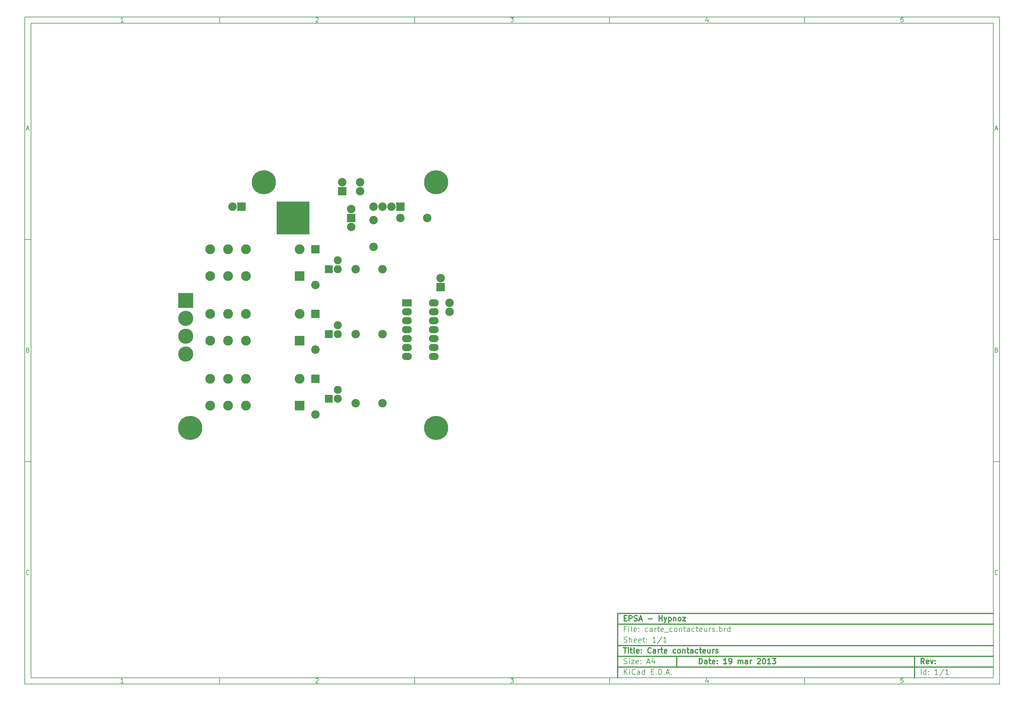
<source format=gbs>
G04 (created by PCBNEW-RS274X (2012-01-19 BZR 3256)-stable) date 19/03/2013 15:11:46*
G01*
G70*
G90*
%MOIN*%
G04 Gerber Fmt 3.4, Leading zero omitted, Abs format*
%FSLAX34Y34*%
G04 APERTURE LIST*
%ADD10C,0.006000*%
%ADD11C,0.012000*%
%ADD12R,0.090000X0.090000*%
%ADD13C,0.090000*%
%ADD14R,0.110000X0.110000*%
%ADD15C,0.110000*%
%ADD16C,0.095000*%
%ADD17R,0.370000X0.370000*%
%ADD18R,0.095000X0.095000*%
%ADD19R,0.110000X0.082000*%
%ADD20O,0.110000X0.082000*%
%ADD21C,0.170000*%
%ADD22R,0.170000X0.170000*%
%ADD23C,0.270000*%
G04 APERTURE END LIST*
G54D10*
X04000Y-04000D02*
X113000Y-04000D01*
X113000Y-78670D01*
X04000Y-78670D01*
X04000Y-04000D01*
X04700Y-04700D02*
X112300Y-04700D01*
X112300Y-77970D01*
X04700Y-77970D01*
X04700Y-04700D01*
X25800Y-04000D02*
X25800Y-04700D01*
X15043Y-04552D02*
X14757Y-04552D01*
X14900Y-04552D02*
X14900Y-04052D01*
X14852Y-04124D01*
X14805Y-04171D01*
X14757Y-04195D01*
X25800Y-78670D02*
X25800Y-77970D01*
X15043Y-78522D02*
X14757Y-78522D01*
X14900Y-78522D02*
X14900Y-78022D01*
X14852Y-78094D01*
X14805Y-78141D01*
X14757Y-78165D01*
X47600Y-04000D02*
X47600Y-04700D01*
X36557Y-04100D02*
X36581Y-04076D01*
X36629Y-04052D01*
X36748Y-04052D01*
X36795Y-04076D01*
X36819Y-04100D01*
X36843Y-04148D01*
X36843Y-04195D01*
X36819Y-04267D01*
X36533Y-04552D01*
X36843Y-04552D01*
X47600Y-78670D02*
X47600Y-77970D01*
X36557Y-78070D02*
X36581Y-78046D01*
X36629Y-78022D01*
X36748Y-78022D01*
X36795Y-78046D01*
X36819Y-78070D01*
X36843Y-78118D01*
X36843Y-78165D01*
X36819Y-78237D01*
X36533Y-78522D01*
X36843Y-78522D01*
X69400Y-04000D02*
X69400Y-04700D01*
X58333Y-04052D02*
X58643Y-04052D01*
X58476Y-04243D01*
X58548Y-04243D01*
X58595Y-04267D01*
X58619Y-04290D01*
X58643Y-04338D01*
X58643Y-04457D01*
X58619Y-04505D01*
X58595Y-04529D01*
X58548Y-04552D01*
X58405Y-04552D01*
X58357Y-04529D01*
X58333Y-04505D01*
X69400Y-78670D02*
X69400Y-77970D01*
X58333Y-78022D02*
X58643Y-78022D01*
X58476Y-78213D01*
X58548Y-78213D01*
X58595Y-78237D01*
X58619Y-78260D01*
X58643Y-78308D01*
X58643Y-78427D01*
X58619Y-78475D01*
X58595Y-78499D01*
X58548Y-78522D01*
X58405Y-78522D01*
X58357Y-78499D01*
X58333Y-78475D01*
X91200Y-04000D02*
X91200Y-04700D01*
X80395Y-04219D02*
X80395Y-04552D01*
X80276Y-04029D02*
X80157Y-04386D01*
X80467Y-04386D01*
X91200Y-78670D02*
X91200Y-77970D01*
X80395Y-78189D02*
X80395Y-78522D01*
X80276Y-77999D02*
X80157Y-78356D01*
X80467Y-78356D01*
X102219Y-04052D02*
X101981Y-04052D01*
X101957Y-04290D01*
X101981Y-04267D01*
X102029Y-04243D01*
X102148Y-04243D01*
X102195Y-04267D01*
X102219Y-04290D01*
X102243Y-04338D01*
X102243Y-04457D01*
X102219Y-04505D01*
X102195Y-04529D01*
X102148Y-04552D01*
X102029Y-04552D01*
X101981Y-04529D01*
X101957Y-04505D01*
X102219Y-78022D02*
X101981Y-78022D01*
X101957Y-78260D01*
X101981Y-78237D01*
X102029Y-78213D01*
X102148Y-78213D01*
X102195Y-78237D01*
X102219Y-78260D01*
X102243Y-78308D01*
X102243Y-78427D01*
X102219Y-78475D01*
X102195Y-78499D01*
X102148Y-78522D01*
X102029Y-78522D01*
X101981Y-78499D01*
X101957Y-78475D01*
X04000Y-28890D02*
X04700Y-28890D01*
X04231Y-16510D02*
X04469Y-16510D01*
X04184Y-16652D02*
X04350Y-16152D01*
X04517Y-16652D01*
X113000Y-28890D02*
X112300Y-28890D01*
X112531Y-16510D02*
X112769Y-16510D01*
X112484Y-16652D02*
X112650Y-16152D01*
X112817Y-16652D01*
X04000Y-53780D02*
X04700Y-53780D01*
X04386Y-41280D02*
X04457Y-41304D01*
X04481Y-41328D01*
X04505Y-41376D01*
X04505Y-41447D01*
X04481Y-41495D01*
X04457Y-41519D01*
X04410Y-41542D01*
X04219Y-41542D01*
X04219Y-41042D01*
X04386Y-41042D01*
X04433Y-41066D01*
X04457Y-41090D01*
X04481Y-41138D01*
X04481Y-41185D01*
X04457Y-41233D01*
X04433Y-41257D01*
X04386Y-41280D01*
X04219Y-41280D01*
X113000Y-53780D02*
X112300Y-53780D01*
X112686Y-41280D02*
X112757Y-41304D01*
X112781Y-41328D01*
X112805Y-41376D01*
X112805Y-41447D01*
X112781Y-41495D01*
X112757Y-41519D01*
X112710Y-41542D01*
X112519Y-41542D01*
X112519Y-41042D01*
X112686Y-41042D01*
X112733Y-41066D01*
X112757Y-41090D01*
X112781Y-41138D01*
X112781Y-41185D01*
X112757Y-41233D01*
X112733Y-41257D01*
X112686Y-41280D01*
X112519Y-41280D01*
X04505Y-66385D02*
X04481Y-66409D01*
X04410Y-66432D01*
X04362Y-66432D01*
X04290Y-66409D01*
X04243Y-66361D01*
X04219Y-66313D01*
X04195Y-66218D01*
X04195Y-66147D01*
X04219Y-66051D01*
X04243Y-66004D01*
X04290Y-65956D01*
X04362Y-65932D01*
X04410Y-65932D01*
X04481Y-65956D01*
X04505Y-65980D01*
X112805Y-66385D02*
X112781Y-66409D01*
X112710Y-66432D01*
X112662Y-66432D01*
X112590Y-66409D01*
X112543Y-66361D01*
X112519Y-66313D01*
X112495Y-66218D01*
X112495Y-66147D01*
X112519Y-66051D01*
X112543Y-66004D01*
X112590Y-65956D01*
X112662Y-65932D01*
X112710Y-65932D01*
X112781Y-65956D01*
X112805Y-65980D01*
G54D11*
X79443Y-76413D02*
X79443Y-75813D01*
X79586Y-75813D01*
X79671Y-75841D01*
X79729Y-75899D01*
X79757Y-75956D01*
X79786Y-76070D01*
X79786Y-76156D01*
X79757Y-76270D01*
X79729Y-76327D01*
X79671Y-76384D01*
X79586Y-76413D01*
X79443Y-76413D01*
X80300Y-76413D02*
X80300Y-76099D01*
X80271Y-76041D01*
X80214Y-76013D01*
X80100Y-76013D01*
X80043Y-76041D01*
X80300Y-76384D02*
X80243Y-76413D01*
X80100Y-76413D01*
X80043Y-76384D01*
X80014Y-76327D01*
X80014Y-76270D01*
X80043Y-76213D01*
X80100Y-76184D01*
X80243Y-76184D01*
X80300Y-76156D01*
X80500Y-76013D02*
X80729Y-76013D01*
X80586Y-75813D02*
X80586Y-76327D01*
X80614Y-76384D01*
X80672Y-76413D01*
X80729Y-76413D01*
X81157Y-76384D02*
X81100Y-76413D01*
X80986Y-76413D01*
X80929Y-76384D01*
X80900Y-76327D01*
X80900Y-76099D01*
X80929Y-76041D01*
X80986Y-76013D01*
X81100Y-76013D01*
X81157Y-76041D01*
X81186Y-76099D01*
X81186Y-76156D01*
X80900Y-76213D01*
X81443Y-76356D02*
X81471Y-76384D01*
X81443Y-76413D01*
X81414Y-76384D01*
X81443Y-76356D01*
X81443Y-76413D01*
X81443Y-76041D02*
X81471Y-76070D01*
X81443Y-76099D01*
X81414Y-76070D01*
X81443Y-76041D01*
X81443Y-76099D01*
X82500Y-76413D02*
X82157Y-76413D01*
X82329Y-76413D02*
X82329Y-75813D01*
X82272Y-75899D01*
X82214Y-75956D01*
X82157Y-75984D01*
X82785Y-76413D02*
X82900Y-76413D01*
X82957Y-76384D01*
X82985Y-76356D01*
X83043Y-76270D01*
X83071Y-76156D01*
X83071Y-75927D01*
X83043Y-75870D01*
X83014Y-75841D01*
X82957Y-75813D01*
X82843Y-75813D01*
X82785Y-75841D01*
X82757Y-75870D01*
X82728Y-75927D01*
X82728Y-76070D01*
X82757Y-76127D01*
X82785Y-76156D01*
X82843Y-76184D01*
X82957Y-76184D01*
X83014Y-76156D01*
X83043Y-76127D01*
X83071Y-76070D01*
X83785Y-76413D02*
X83785Y-76013D01*
X83785Y-76070D02*
X83813Y-76041D01*
X83871Y-76013D01*
X83956Y-76013D01*
X84013Y-76041D01*
X84042Y-76099D01*
X84042Y-76413D01*
X84042Y-76099D02*
X84071Y-76041D01*
X84128Y-76013D01*
X84213Y-76013D01*
X84271Y-76041D01*
X84299Y-76099D01*
X84299Y-76413D01*
X84842Y-76413D02*
X84842Y-76099D01*
X84813Y-76041D01*
X84756Y-76013D01*
X84642Y-76013D01*
X84585Y-76041D01*
X84842Y-76384D02*
X84785Y-76413D01*
X84642Y-76413D01*
X84585Y-76384D01*
X84556Y-76327D01*
X84556Y-76270D01*
X84585Y-76213D01*
X84642Y-76184D01*
X84785Y-76184D01*
X84842Y-76156D01*
X85128Y-76413D02*
X85128Y-76013D01*
X85128Y-76127D02*
X85156Y-76070D01*
X85185Y-76041D01*
X85242Y-76013D01*
X85299Y-76013D01*
X85927Y-75870D02*
X85956Y-75841D01*
X86013Y-75813D01*
X86156Y-75813D01*
X86213Y-75841D01*
X86242Y-75870D01*
X86270Y-75927D01*
X86270Y-75984D01*
X86242Y-76070D01*
X85899Y-76413D01*
X86270Y-76413D01*
X86641Y-75813D02*
X86698Y-75813D01*
X86755Y-75841D01*
X86784Y-75870D01*
X86813Y-75927D01*
X86841Y-76041D01*
X86841Y-76184D01*
X86813Y-76299D01*
X86784Y-76356D01*
X86755Y-76384D01*
X86698Y-76413D01*
X86641Y-76413D01*
X86584Y-76384D01*
X86555Y-76356D01*
X86527Y-76299D01*
X86498Y-76184D01*
X86498Y-76041D01*
X86527Y-75927D01*
X86555Y-75870D01*
X86584Y-75841D01*
X86641Y-75813D01*
X87412Y-76413D02*
X87069Y-76413D01*
X87241Y-76413D02*
X87241Y-75813D01*
X87184Y-75899D01*
X87126Y-75956D01*
X87069Y-75984D01*
X87612Y-75813D02*
X87983Y-75813D01*
X87783Y-76041D01*
X87869Y-76041D01*
X87926Y-76070D01*
X87955Y-76099D01*
X87983Y-76156D01*
X87983Y-76299D01*
X87955Y-76356D01*
X87926Y-76384D01*
X87869Y-76413D01*
X87697Y-76413D01*
X87640Y-76384D01*
X87612Y-76356D01*
G54D10*
X71043Y-77613D02*
X71043Y-77013D01*
X71386Y-77613D02*
X71129Y-77270D01*
X71386Y-77013D02*
X71043Y-77356D01*
X71643Y-77613D02*
X71643Y-77213D01*
X71643Y-77013D02*
X71614Y-77041D01*
X71643Y-77070D01*
X71671Y-77041D01*
X71643Y-77013D01*
X71643Y-77070D01*
X72272Y-77556D02*
X72243Y-77584D01*
X72157Y-77613D01*
X72100Y-77613D01*
X72015Y-77584D01*
X71957Y-77527D01*
X71929Y-77470D01*
X71900Y-77356D01*
X71900Y-77270D01*
X71929Y-77156D01*
X71957Y-77099D01*
X72015Y-77041D01*
X72100Y-77013D01*
X72157Y-77013D01*
X72243Y-77041D01*
X72272Y-77070D01*
X72786Y-77613D02*
X72786Y-77299D01*
X72757Y-77241D01*
X72700Y-77213D01*
X72586Y-77213D01*
X72529Y-77241D01*
X72786Y-77584D02*
X72729Y-77613D01*
X72586Y-77613D01*
X72529Y-77584D01*
X72500Y-77527D01*
X72500Y-77470D01*
X72529Y-77413D01*
X72586Y-77384D01*
X72729Y-77384D01*
X72786Y-77356D01*
X73329Y-77613D02*
X73329Y-77013D01*
X73329Y-77584D02*
X73272Y-77613D01*
X73158Y-77613D01*
X73100Y-77584D01*
X73072Y-77556D01*
X73043Y-77499D01*
X73043Y-77327D01*
X73072Y-77270D01*
X73100Y-77241D01*
X73158Y-77213D01*
X73272Y-77213D01*
X73329Y-77241D01*
X74072Y-77299D02*
X74272Y-77299D01*
X74358Y-77613D02*
X74072Y-77613D01*
X74072Y-77013D01*
X74358Y-77013D01*
X74615Y-77556D02*
X74643Y-77584D01*
X74615Y-77613D01*
X74586Y-77584D01*
X74615Y-77556D01*
X74615Y-77613D01*
X74901Y-77613D02*
X74901Y-77013D01*
X75044Y-77013D01*
X75129Y-77041D01*
X75187Y-77099D01*
X75215Y-77156D01*
X75244Y-77270D01*
X75244Y-77356D01*
X75215Y-77470D01*
X75187Y-77527D01*
X75129Y-77584D01*
X75044Y-77613D01*
X74901Y-77613D01*
X75501Y-77556D02*
X75529Y-77584D01*
X75501Y-77613D01*
X75472Y-77584D01*
X75501Y-77556D01*
X75501Y-77613D01*
X75758Y-77441D02*
X76044Y-77441D01*
X75701Y-77613D02*
X75901Y-77013D01*
X76101Y-77613D01*
X76301Y-77556D02*
X76329Y-77584D01*
X76301Y-77613D01*
X76272Y-77584D01*
X76301Y-77556D01*
X76301Y-77613D01*
G54D11*
X104586Y-76413D02*
X104386Y-76127D01*
X104243Y-76413D02*
X104243Y-75813D01*
X104471Y-75813D01*
X104529Y-75841D01*
X104557Y-75870D01*
X104586Y-75927D01*
X104586Y-76013D01*
X104557Y-76070D01*
X104529Y-76099D01*
X104471Y-76127D01*
X104243Y-76127D01*
X105071Y-76384D02*
X105014Y-76413D01*
X104900Y-76413D01*
X104843Y-76384D01*
X104814Y-76327D01*
X104814Y-76099D01*
X104843Y-76041D01*
X104900Y-76013D01*
X105014Y-76013D01*
X105071Y-76041D01*
X105100Y-76099D01*
X105100Y-76156D01*
X104814Y-76213D01*
X105300Y-76013D02*
X105443Y-76413D01*
X105585Y-76013D01*
X105814Y-76356D02*
X105842Y-76384D01*
X105814Y-76413D01*
X105785Y-76384D01*
X105814Y-76356D01*
X105814Y-76413D01*
X105814Y-76041D02*
X105842Y-76070D01*
X105814Y-76099D01*
X105785Y-76070D01*
X105814Y-76041D01*
X105814Y-76099D01*
G54D10*
X71014Y-76384D02*
X71100Y-76413D01*
X71243Y-76413D01*
X71300Y-76384D01*
X71329Y-76356D01*
X71357Y-76299D01*
X71357Y-76241D01*
X71329Y-76184D01*
X71300Y-76156D01*
X71243Y-76127D01*
X71129Y-76099D01*
X71071Y-76070D01*
X71043Y-76041D01*
X71014Y-75984D01*
X71014Y-75927D01*
X71043Y-75870D01*
X71071Y-75841D01*
X71129Y-75813D01*
X71271Y-75813D01*
X71357Y-75841D01*
X71614Y-76413D02*
X71614Y-76013D01*
X71614Y-75813D02*
X71585Y-75841D01*
X71614Y-75870D01*
X71642Y-75841D01*
X71614Y-75813D01*
X71614Y-75870D01*
X71843Y-76013D02*
X72157Y-76013D01*
X71843Y-76413D01*
X72157Y-76413D01*
X72614Y-76384D02*
X72557Y-76413D01*
X72443Y-76413D01*
X72386Y-76384D01*
X72357Y-76327D01*
X72357Y-76099D01*
X72386Y-76041D01*
X72443Y-76013D01*
X72557Y-76013D01*
X72614Y-76041D01*
X72643Y-76099D01*
X72643Y-76156D01*
X72357Y-76213D01*
X72900Y-76356D02*
X72928Y-76384D01*
X72900Y-76413D01*
X72871Y-76384D01*
X72900Y-76356D01*
X72900Y-76413D01*
X72900Y-76041D02*
X72928Y-76070D01*
X72900Y-76099D01*
X72871Y-76070D01*
X72900Y-76041D01*
X72900Y-76099D01*
X73614Y-76241D02*
X73900Y-76241D01*
X73557Y-76413D02*
X73757Y-75813D01*
X73957Y-76413D01*
X74414Y-76013D02*
X74414Y-76413D01*
X74271Y-75784D02*
X74128Y-76213D01*
X74500Y-76213D01*
X104243Y-77613D02*
X104243Y-77013D01*
X104786Y-77613D02*
X104786Y-77013D01*
X104786Y-77584D02*
X104729Y-77613D01*
X104615Y-77613D01*
X104557Y-77584D01*
X104529Y-77556D01*
X104500Y-77499D01*
X104500Y-77327D01*
X104529Y-77270D01*
X104557Y-77241D01*
X104615Y-77213D01*
X104729Y-77213D01*
X104786Y-77241D01*
X105072Y-77556D02*
X105100Y-77584D01*
X105072Y-77613D01*
X105043Y-77584D01*
X105072Y-77556D01*
X105072Y-77613D01*
X105072Y-77241D02*
X105100Y-77270D01*
X105072Y-77299D01*
X105043Y-77270D01*
X105072Y-77241D01*
X105072Y-77299D01*
X106129Y-77613D02*
X105786Y-77613D01*
X105958Y-77613D02*
X105958Y-77013D01*
X105901Y-77099D01*
X105843Y-77156D01*
X105786Y-77184D01*
X106814Y-76984D02*
X106300Y-77756D01*
X107329Y-77613D02*
X106986Y-77613D01*
X107158Y-77613D02*
X107158Y-77013D01*
X107101Y-77099D01*
X107043Y-77156D01*
X106986Y-77184D01*
G54D11*
X70957Y-74613D02*
X71300Y-74613D01*
X71129Y-75213D02*
X71129Y-74613D01*
X71500Y-75213D02*
X71500Y-74813D01*
X71500Y-74613D02*
X71471Y-74641D01*
X71500Y-74670D01*
X71528Y-74641D01*
X71500Y-74613D01*
X71500Y-74670D01*
X71700Y-74813D02*
X71929Y-74813D01*
X71786Y-74613D02*
X71786Y-75127D01*
X71814Y-75184D01*
X71872Y-75213D01*
X71929Y-75213D01*
X72215Y-75213D02*
X72157Y-75184D01*
X72129Y-75127D01*
X72129Y-74613D01*
X72671Y-75184D02*
X72614Y-75213D01*
X72500Y-75213D01*
X72443Y-75184D01*
X72414Y-75127D01*
X72414Y-74899D01*
X72443Y-74841D01*
X72500Y-74813D01*
X72614Y-74813D01*
X72671Y-74841D01*
X72700Y-74899D01*
X72700Y-74956D01*
X72414Y-75013D01*
X72957Y-75156D02*
X72985Y-75184D01*
X72957Y-75213D01*
X72928Y-75184D01*
X72957Y-75156D01*
X72957Y-75213D01*
X72957Y-74841D02*
X72985Y-74870D01*
X72957Y-74899D01*
X72928Y-74870D01*
X72957Y-74841D01*
X72957Y-74899D01*
X74043Y-75156D02*
X74014Y-75184D01*
X73928Y-75213D01*
X73871Y-75213D01*
X73786Y-75184D01*
X73728Y-75127D01*
X73700Y-75070D01*
X73671Y-74956D01*
X73671Y-74870D01*
X73700Y-74756D01*
X73728Y-74699D01*
X73786Y-74641D01*
X73871Y-74613D01*
X73928Y-74613D01*
X74014Y-74641D01*
X74043Y-74670D01*
X74557Y-75213D02*
X74557Y-74899D01*
X74528Y-74841D01*
X74471Y-74813D01*
X74357Y-74813D01*
X74300Y-74841D01*
X74557Y-75184D02*
X74500Y-75213D01*
X74357Y-75213D01*
X74300Y-75184D01*
X74271Y-75127D01*
X74271Y-75070D01*
X74300Y-75013D01*
X74357Y-74984D01*
X74500Y-74984D01*
X74557Y-74956D01*
X74843Y-75213D02*
X74843Y-74813D01*
X74843Y-74927D02*
X74871Y-74870D01*
X74900Y-74841D01*
X74957Y-74813D01*
X75014Y-74813D01*
X75128Y-74813D02*
X75357Y-74813D01*
X75214Y-74613D02*
X75214Y-75127D01*
X75242Y-75184D01*
X75300Y-75213D01*
X75357Y-75213D01*
X75785Y-75184D02*
X75728Y-75213D01*
X75614Y-75213D01*
X75557Y-75184D01*
X75528Y-75127D01*
X75528Y-74899D01*
X75557Y-74841D01*
X75614Y-74813D01*
X75728Y-74813D01*
X75785Y-74841D01*
X75814Y-74899D01*
X75814Y-74956D01*
X75528Y-75013D01*
X76785Y-75184D02*
X76728Y-75213D01*
X76614Y-75213D01*
X76556Y-75184D01*
X76528Y-75156D01*
X76499Y-75099D01*
X76499Y-74927D01*
X76528Y-74870D01*
X76556Y-74841D01*
X76614Y-74813D01*
X76728Y-74813D01*
X76785Y-74841D01*
X77128Y-75213D02*
X77070Y-75184D01*
X77042Y-75156D01*
X77013Y-75099D01*
X77013Y-74927D01*
X77042Y-74870D01*
X77070Y-74841D01*
X77128Y-74813D01*
X77213Y-74813D01*
X77270Y-74841D01*
X77299Y-74870D01*
X77328Y-74927D01*
X77328Y-75099D01*
X77299Y-75156D01*
X77270Y-75184D01*
X77213Y-75213D01*
X77128Y-75213D01*
X77585Y-74813D02*
X77585Y-75213D01*
X77585Y-74870D02*
X77613Y-74841D01*
X77671Y-74813D01*
X77756Y-74813D01*
X77813Y-74841D01*
X77842Y-74899D01*
X77842Y-75213D01*
X78042Y-74813D02*
X78271Y-74813D01*
X78128Y-74613D02*
X78128Y-75127D01*
X78156Y-75184D01*
X78214Y-75213D01*
X78271Y-75213D01*
X78728Y-75213D02*
X78728Y-74899D01*
X78699Y-74841D01*
X78642Y-74813D01*
X78528Y-74813D01*
X78471Y-74841D01*
X78728Y-75184D02*
X78671Y-75213D01*
X78528Y-75213D01*
X78471Y-75184D01*
X78442Y-75127D01*
X78442Y-75070D01*
X78471Y-75013D01*
X78528Y-74984D01*
X78671Y-74984D01*
X78728Y-74956D01*
X79271Y-75184D02*
X79214Y-75213D01*
X79100Y-75213D01*
X79042Y-75184D01*
X79014Y-75156D01*
X78985Y-75099D01*
X78985Y-74927D01*
X79014Y-74870D01*
X79042Y-74841D01*
X79100Y-74813D01*
X79214Y-74813D01*
X79271Y-74841D01*
X79442Y-74813D02*
X79671Y-74813D01*
X79528Y-74613D02*
X79528Y-75127D01*
X79556Y-75184D01*
X79614Y-75213D01*
X79671Y-75213D01*
X80099Y-75184D02*
X80042Y-75213D01*
X79928Y-75213D01*
X79871Y-75184D01*
X79842Y-75127D01*
X79842Y-74899D01*
X79871Y-74841D01*
X79928Y-74813D01*
X80042Y-74813D01*
X80099Y-74841D01*
X80128Y-74899D01*
X80128Y-74956D01*
X79842Y-75013D01*
X80642Y-74813D02*
X80642Y-75213D01*
X80385Y-74813D02*
X80385Y-75127D01*
X80413Y-75184D01*
X80471Y-75213D01*
X80556Y-75213D01*
X80613Y-75184D01*
X80642Y-75156D01*
X80928Y-75213D02*
X80928Y-74813D01*
X80928Y-74927D02*
X80956Y-74870D01*
X80985Y-74841D01*
X81042Y-74813D01*
X81099Y-74813D01*
X81270Y-75184D02*
X81327Y-75213D01*
X81442Y-75213D01*
X81499Y-75184D01*
X81527Y-75127D01*
X81527Y-75099D01*
X81499Y-75041D01*
X81442Y-75013D01*
X81356Y-75013D01*
X81299Y-74984D01*
X81270Y-74927D01*
X81270Y-74899D01*
X81299Y-74841D01*
X81356Y-74813D01*
X81442Y-74813D01*
X81499Y-74841D01*
G54D10*
X71243Y-72499D02*
X71043Y-72499D01*
X71043Y-72813D02*
X71043Y-72213D01*
X71329Y-72213D01*
X71557Y-72813D02*
X71557Y-72413D01*
X71557Y-72213D02*
X71528Y-72241D01*
X71557Y-72270D01*
X71585Y-72241D01*
X71557Y-72213D01*
X71557Y-72270D01*
X71929Y-72813D02*
X71871Y-72784D01*
X71843Y-72727D01*
X71843Y-72213D01*
X72385Y-72784D02*
X72328Y-72813D01*
X72214Y-72813D01*
X72157Y-72784D01*
X72128Y-72727D01*
X72128Y-72499D01*
X72157Y-72441D01*
X72214Y-72413D01*
X72328Y-72413D01*
X72385Y-72441D01*
X72414Y-72499D01*
X72414Y-72556D01*
X72128Y-72613D01*
X72671Y-72756D02*
X72699Y-72784D01*
X72671Y-72813D01*
X72642Y-72784D01*
X72671Y-72756D01*
X72671Y-72813D01*
X72671Y-72441D02*
X72699Y-72470D01*
X72671Y-72499D01*
X72642Y-72470D01*
X72671Y-72441D01*
X72671Y-72499D01*
X73671Y-72784D02*
X73614Y-72813D01*
X73500Y-72813D01*
X73442Y-72784D01*
X73414Y-72756D01*
X73385Y-72699D01*
X73385Y-72527D01*
X73414Y-72470D01*
X73442Y-72441D01*
X73500Y-72413D01*
X73614Y-72413D01*
X73671Y-72441D01*
X74185Y-72813D02*
X74185Y-72499D01*
X74156Y-72441D01*
X74099Y-72413D01*
X73985Y-72413D01*
X73928Y-72441D01*
X74185Y-72784D02*
X74128Y-72813D01*
X73985Y-72813D01*
X73928Y-72784D01*
X73899Y-72727D01*
X73899Y-72670D01*
X73928Y-72613D01*
X73985Y-72584D01*
X74128Y-72584D01*
X74185Y-72556D01*
X74471Y-72813D02*
X74471Y-72413D01*
X74471Y-72527D02*
X74499Y-72470D01*
X74528Y-72441D01*
X74585Y-72413D01*
X74642Y-72413D01*
X74756Y-72413D02*
X74985Y-72413D01*
X74842Y-72213D02*
X74842Y-72727D01*
X74870Y-72784D01*
X74928Y-72813D01*
X74985Y-72813D01*
X75413Y-72784D02*
X75356Y-72813D01*
X75242Y-72813D01*
X75185Y-72784D01*
X75156Y-72727D01*
X75156Y-72499D01*
X75185Y-72441D01*
X75242Y-72413D01*
X75356Y-72413D01*
X75413Y-72441D01*
X75442Y-72499D01*
X75442Y-72556D01*
X75156Y-72613D01*
X75556Y-72870D02*
X76013Y-72870D01*
X76413Y-72784D02*
X76356Y-72813D01*
X76242Y-72813D01*
X76184Y-72784D01*
X76156Y-72756D01*
X76127Y-72699D01*
X76127Y-72527D01*
X76156Y-72470D01*
X76184Y-72441D01*
X76242Y-72413D01*
X76356Y-72413D01*
X76413Y-72441D01*
X76756Y-72813D02*
X76698Y-72784D01*
X76670Y-72756D01*
X76641Y-72699D01*
X76641Y-72527D01*
X76670Y-72470D01*
X76698Y-72441D01*
X76756Y-72413D01*
X76841Y-72413D01*
X76898Y-72441D01*
X76927Y-72470D01*
X76956Y-72527D01*
X76956Y-72699D01*
X76927Y-72756D01*
X76898Y-72784D01*
X76841Y-72813D01*
X76756Y-72813D01*
X77213Y-72413D02*
X77213Y-72813D01*
X77213Y-72470D02*
X77241Y-72441D01*
X77299Y-72413D01*
X77384Y-72413D01*
X77441Y-72441D01*
X77470Y-72499D01*
X77470Y-72813D01*
X77670Y-72413D02*
X77899Y-72413D01*
X77756Y-72213D02*
X77756Y-72727D01*
X77784Y-72784D01*
X77842Y-72813D01*
X77899Y-72813D01*
X78356Y-72813D02*
X78356Y-72499D01*
X78327Y-72441D01*
X78270Y-72413D01*
X78156Y-72413D01*
X78099Y-72441D01*
X78356Y-72784D02*
X78299Y-72813D01*
X78156Y-72813D01*
X78099Y-72784D01*
X78070Y-72727D01*
X78070Y-72670D01*
X78099Y-72613D01*
X78156Y-72584D01*
X78299Y-72584D01*
X78356Y-72556D01*
X78899Y-72784D02*
X78842Y-72813D01*
X78728Y-72813D01*
X78670Y-72784D01*
X78642Y-72756D01*
X78613Y-72699D01*
X78613Y-72527D01*
X78642Y-72470D01*
X78670Y-72441D01*
X78728Y-72413D01*
X78842Y-72413D01*
X78899Y-72441D01*
X79070Y-72413D02*
X79299Y-72413D01*
X79156Y-72213D02*
X79156Y-72727D01*
X79184Y-72784D01*
X79242Y-72813D01*
X79299Y-72813D01*
X79727Y-72784D02*
X79670Y-72813D01*
X79556Y-72813D01*
X79499Y-72784D01*
X79470Y-72727D01*
X79470Y-72499D01*
X79499Y-72441D01*
X79556Y-72413D01*
X79670Y-72413D01*
X79727Y-72441D01*
X79756Y-72499D01*
X79756Y-72556D01*
X79470Y-72613D01*
X80270Y-72413D02*
X80270Y-72813D01*
X80013Y-72413D02*
X80013Y-72727D01*
X80041Y-72784D01*
X80099Y-72813D01*
X80184Y-72813D01*
X80241Y-72784D01*
X80270Y-72756D01*
X80556Y-72813D02*
X80556Y-72413D01*
X80556Y-72527D02*
X80584Y-72470D01*
X80613Y-72441D01*
X80670Y-72413D01*
X80727Y-72413D01*
X80898Y-72784D02*
X80955Y-72813D01*
X81070Y-72813D01*
X81127Y-72784D01*
X81155Y-72727D01*
X81155Y-72699D01*
X81127Y-72641D01*
X81070Y-72613D01*
X80984Y-72613D01*
X80927Y-72584D01*
X80898Y-72527D01*
X80898Y-72499D01*
X80927Y-72441D01*
X80984Y-72413D01*
X81070Y-72413D01*
X81127Y-72441D01*
X81413Y-72756D02*
X81441Y-72784D01*
X81413Y-72813D01*
X81384Y-72784D01*
X81413Y-72756D01*
X81413Y-72813D01*
X81699Y-72813D02*
X81699Y-72213D01*
X81699Y-72441D02*
X81756Y-72413D01*
X81870Y-72413D01*
X81927Y-72441D01*
X81956Y-72470D01*
X81985Y-72527D01*
X81985Y-72699D01*
X81956Y-72756D01*
X81927Y-72784D01*
X81870Y-72813D01*
X81756Y-72813D01*
X81699Y-72784D01*
X82242Y-72813D02*
X82242Y-72413D01*
X82242Y-72527D02*
X82270Y-72470D01*
X82299Y-72441D01*
X82356Y-72413D01*
X82413Y-72413D01*
X82870Y-72813D02*
X82870Y-72213D01*
X82870Y-72784D02*
X82813Y-72813D01*
X82699Y-72813D01*
X82641Y-72784D01*
X82613Y-72756D01*
X82584Y-72699D01*
X82584Y-72527D01*
X82613Y-72470D01*
X82641Y-72441D01*
X82699Y-72413D01*
X82813Y-72413D01*
X82870Y-72441D01*
X71014Y-73984D02*
X71100Y-74013D01*
X71243Y-74013D01*
X71300Y-73984D01*
X71329Y-73956D01*
X71357Y-73899D01*
X71357Y-73841D01*
X71329Y-73784D01*
X71300Y-73756D01*
X71243Y-73727D01*
X71129Y-73699D01*
X71071Y-73670D01*
X71043Y-73641D01*
X71014Y-73584D01*
X71014Y-73527D01*
X71043Y-73470D01*
X71071Y-73441D01*
X71129Y-73413D01*
X71271Y-73413D01*
X71357Y-73441D01*
X71614Y-74013D02*
X71614Y-73413D01*
X71871Y-74013D02*
X71871Y-73699D01*
X71842Y-73641D01*
X71785Y-73613D01*
X71700Y-73613D01*
X71642Y-73641D01*
X71614Y-73670D01*
X72385Y-73984D02*
X72328Y-74013D01*
X72214Y-74013D01*
X72157Y-73984D01*
X72128Y-73927D01*
X72128Y-73699D01*
X72157Y-73641D01*
X72214Y-73613D01*
X72328Y-73613D01*
X72385Y-73641D01*
X72414Y-73699D01*
X72414Y-73756D01*
X72128Y-73813D01*
X72899Y-73984D02*
X72842Y-74013D01*
X72728Y-74013D01*
X72671Y-73984D01*
X72642Y-73927D01*
X72642Y-73699D01*
X72671Y-73641D01*
X72728Y-73613D01*
X72842Y-73613D01*
X72899Y-73641D01*
X72928Y-73699D01*
X72928Y-73756D01*
X72642Y-73813D01*
X73099Y-73613D02*
X73328Y-73613D01*
X73185Y-73413D02*
X73185Y-73927D01*
X73213Y-73984D01*
X73271Y-74013D01*
X73328Y-74013D01*
X73528Y-73956D02*
X73556Y-73984D01*
X73528Y-74013D01*
X73499Y-73984D01*
X73528Y-73956D01*
X73528Y-74013D01*
X73528Y-73641D02*
X73556Y-73670D01*
X73528Y-73699D01*
X73499Y-73670D01*
X73528Y-73641D01*
X73528Y-73699D01*
X74585Y-74013D02*
X74242Y-74013D01*
X74414Y-74013D02*
X74414Y-73413D01*
X74357Y-73499D01*
X74299Y-73556D01*
X74242Y-73584D01*
X75270Y-73384D02*
X74756Y-74156D01*
X75785Y-74013D02*
X75442Y-74013D01*
X75614Y-74013D02*
X75614Y-73413D01*
X75557Y-73499D01*
X75499Y-73556D01*
X75442Y-73584D01*
G54D11*
X71043Y-71299D02*
X71243Y-71299D01*
X71329Y-71613D02*
X71043Y-71613D01*
X71043Y-71013D01*
X71329Y-71013D01*
X71586Y-71613D02*
X71586Y-71013D01*
X71814Y-71013D01*
X71872Y-71041D01*
X71900Y-71070D01*
X71929Y-71127D01*
X71929Y-71213D01*
X71900Y-71270D01*
X71872Y-71299D01*
X71814Y-71327D01*
X71586Y-71327D01*
X72157Y-71584D02*
X72243Y-71613D01*
X72386Y-71613D01*
X72443Y-71584D01*
X72472Y-71556D01*
X72500Y-71499D01*
X72500Y-71441D01*
X72472Y-71384D01*
X72443Y-71356D01*
X72386Y-71327D01*
X72272Y-71299D01*
X72214Y-71270D01*
X72186Y-71241D01*
X72157Y-71184D01*
X72157Y-71127D01*
X72186Y-71070D01*
X72214Y-71041D01*
X72272Y-71013D01*
X72414Y-71013D01*
X72500Y-71041D01*
X72728Y-71441D02*
X73014Y-71441D01*
X72671Y-71613D02*
X72871Y-71013D01*
X73071Y-71613D01*
X73728Y-71384D02*
X74185Y-71384D01*
X74928Y-71613D02*
X74928Y-71013D01*
X74928Y-71299D02*
X75271Y-71299D01*
X75271Y-71613D02*
X75271Y-71013D01*
X75500Y-71213D02*
X75643Y-71613D01*
X75785Y-71213D02*
X75643Y-71613D01*
X75585Y-71756D01*
X75557Y-71784D01*
X75500Y-71813D01*
X76014Y-71213D02*
X76014Y-71813D01*
X76014Y-71241D02*
X76071Y-71213D01*
X76185Y-71213D01*
X76242Y-71241D01*
X76271Y-71270D01*
X76300Y-71327D01*
X76300Y-71499D01*
X76271Y-71556D01*
X76242Y-71584D01*
X76185Y-71613D01*
X76071Y-71613D01*
X76014Y-71584D01*
X76557Y-71213D02*
X76557Y-71613D01*
X76557Y-71270D02*
X76585Y-71241D01*
X76643Y-71213D01*
X76728Y-71213D01*
X76785Y-71241D01*
X76814Y-71299D01*
X76814Y-71613D01*
X77186Y-71613D02*
X77128Y-71584D01*
X77100Y-71556D01*
X77071Y-71499D01*
X77071Y-71327D01*
X77100Y-71270D01*
X77128Y-71241D01*
X77186Y-71213D01*
X77271Y-71213D01*
X77328Y-71241D01*
X77357Y-71270D01*
X77386Y-71327D01*
X77386Y-71499D01*
X77357Y-71556D01*
X77328Y-71584D01*
X77271Y-71613D01*
X77186Y-71613D01*
X77586Y-71213D02*
X77900Y-71213D01*
X77586Y-71613D01*
X77900Y-71613D01*
X70300Y-70770D02*
X70300Y-77970D01*
X70300Y-71970D02*
X112300Y-71970D01*
X70300Y-70770D02*
X112300Y-70770D01*
X70300Y-74370D02*
X112300Y-74370D01*
X103500Y-75570D02*
X103500Y-77970D01*
X70300Y-76770D02*
X112300Y-76770D01*
X70300Y-75570D02*
X112300Y-75570D01*
X76900Y-75570D02*
X76900Y-76770D01*
G54D12*
X38000Y-39500D03*
G54D13*
X39000Y-39500D03*
X39000Y-38500D03*
G54D12*
X38000Y-32250D03*
G54D13*
X39000Y-32250D03*
X39000Y-31250D03*
G54D12*
X38000Y-46750D03*
G54D13*
X39000Y-46750D03*
X39000Y-45750D03*
G54D14*
X34750Y-47500D03*
G54D15*
X34750Y-44500D03*
X28750Y-47500D03*
X28750Y-44500D03*
X26750Y-47500D03*
X26750Y-44500D03*
X24750Y-47500D03*
X24750Y-44500D03*
G54D14*
X34750Y-33000D03*
G54D15*
X34750Y-30000D03*
X28750Y-33000D03*
X28750Y-30000D03*
X26750Y-33000D03*
X26750Y-30000D03*
X24750Y-33000D03*
X24750Y-30000D03*
G54D14*
X34750Y-40250D03*
G54D15*
X34750Y-37250D03*
X28750Y-40250D03*
X28750Y-37250D03*
X26750Y-40250D03*
X26750Y-37250D03*
X24750Y-40250D03*
X24750Y-37250D03*
G54D16*
X41000Y-39500D03*
X44000Y-39500D03*
X43000Y-26750D03*
X43000Y-29750D03*
X49000Y-26500D03*
X46000Y-26500D03*
X41000Y-47250D03*
X44000Y-47250D03*
X41000Y-32250D03*
X44000Y-32250D03*
G54D17*
X34000Y-26500D03*
G54D16*
X40500Y-27500D03*
G54D18*
X40500Y-26500D03*
G54D16*
X40500Y-25500D03*
G54D18*
X46000Y-25250D03*
G54D16*
X45000Y-25250D03*
X44000Y-25250D03*
X43000Y-25250D03*
G54D18*
X28250Y-25250D03*
G54D16*
X27250Y-25250D03*
G54D19*
X46750Y-36000D03*
G54D20*
X46750Y-37000D03*
X46750Y-38000D03*
X46750Y-39000D03*
X46750Y-40000D03*
X46750Y-41000D03*
X46750Y-42000D03*
X49750Y-42000D03*
X49750Y-41000D03*
X49750Y-40000D03*
X49750Y-39000D03*
X49750Y-38000D03*
X49750Y-37000D03*
X49750Y-36000D03*
G54D18*
X50500Y-34250D03*
G54D16*
X50500Y-33250D03*
G54D18*
X39500Y-23500D03*
G54D16*
X39500Y-22500D03*
X41500Y-23500D03*
X41500Y-22500D03*
X51500Y-36000D03*
X51500Y-37000D03*
G54D21*
X22000Y-37750D03*
X22000Y-39750D03*
G54D22*
X22000Y-35750D03*
G54D21*
X22000Y-41750D03*
G54D23*
X50000Y-22500D03*
X50000Y-50000D03*
X22500Y-50000D03*
X30750Y-22500D03*
G54D16*
X36500Y-41250D03*
G54D18*
X36500Y-37250D03*
G54D16*
X36500Y-34000D03*
G54D18*
X36500Y-30000D03*
G54D16*
X36500Y-48500D03*
G54D18*
X36500Y-44500D03*
M02*

</source>
